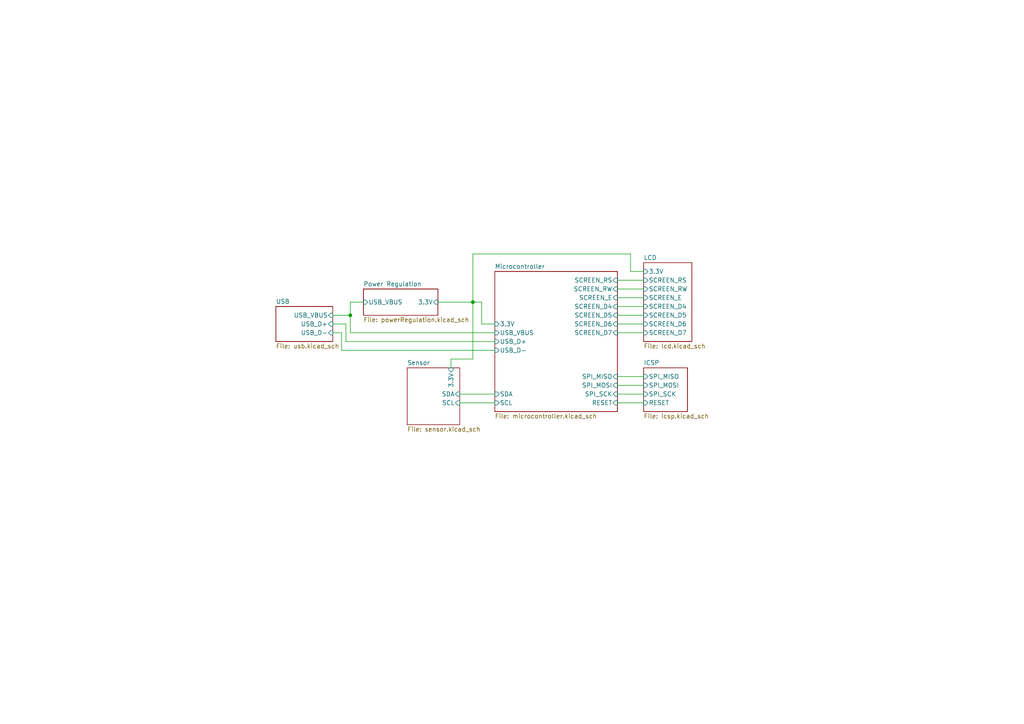
<source format=kicad_sch>
(kicad_sch (version 20210621) (generator eeschema)
  (paper "A4")
  (title_block (title "Wederian") (date "2021-10-24") (rev "0.2.0") (comment 1 "Mark Raynsford") (comment 2 "https://www.github.com/io7m/wederian"))
  (lib_symbols)
  (junction (at 101.6 91.44))
  (junction (at 137.16 87.63))
  (wire (pts (xy 96.52 91.44) (xy 101.6 91.44)))
  (wire (pts (xy 96.52 93.98) (xy 100.33 93.98)))
  (wire (pts (xy 96.52 96.52) (xy 99.06 96.52)))
  (wire (pts (xy 99.06 96.52) (xy 99.06 101.6)))
  (wire (pts (xy 99.06 101.6) (xy 143.51 101.6)))
  (wire (pts (xy 100.33 93.98) (xy 100.33 99.06)))
  (wire (pts (xy 100.33 99.06) (xy 143.51 99.06)))
  (wire (pts (xy 101.6 87.63) (xy 105.41 87.63)))
  (wire (pts (xy 101.6 91.44) (xy 101.6 87.63)))
  (wire (pts (xy 101.6 91.44) (xy 101.6 96.52)))
  (wire (pts (xy 101.6 96.52) (xy 143.51 96.52)))
  (wire (pts (xy 127 87.63) (xy 137.16 87.63)))
  (wire (pts (xy 130.81 104.14) (xy 130.81 106.68)))
  (wire (pts (xy 133.35 114.3) (xy 143.51 114.3)))
  (wire (pts (xy 133.35 116.84) (xy 143.51 116.84)))
  (wire (pts (xy 137.16 73.66) (xy 182.88 73.66)))
  (wire (pts (xy 137.16 87.63) (xy 137.16 73.66)))
  (wire (pts (xy 137.16 87.63) (xy 137.16 104.14)))
  (wire (pts (xy 137.16 87.63) (xy 139.7 87.63)))
  (wire (pts (xy 137.16 104.14) (xy 130.81 104.14)))
  (wire (pts (xy 139.7 87.63) (xy 139.7 93.98)))
  (wire (pts (xy 139.7 93.98) (xy 143.51 93.98)))
  (wire (pts (xy 179.07 81.28) (xy 186.69 81.28)))
  (wire (pts (xy 179.07 83.82) (xy 186.69 83.82)))
  (wire (pts (xy 179.07 86.36) (xy 186.69 86.36)))
  (wire (pts (xy 179.07 88.9) (xy 186.69 88.9)))
  (wire (pts (xy 179.07 91.44) (xy 186.69 91.44)))
  (wire (pts (xy 179.07 93.98) (xy 186.69 93.98)))
  (wire (pts (xy 179.07 96.52) (xy 186.69 96.52)))
  (wire (pts (xy 179.07 109.22) (xy 186.69 109.22)))
  (wire (pts (xy 179.07 111.76) (xy 186.69 111.76)))
  (wire (pts (xy 179.07 114.3) (xy 186.69 114.3)))
  (wire (pts (xy 179.07 116.84) (xy 186.69 116.84)))
  (wire (pts (xy 182.88 73.66) (xy 182.88 78.74)))
  (wire (pts (xy 182.88 78.74) (xy 186.69 78.74)))
  (sheet (at 186.69 106.68) (size 12.7 12.7) (stroke (width 0.1524))
    (property "Sheet name" "ICSP" (at 186.69 105.9684 0) (effects (justify left bottom)))
    (property "Sheet file" "icsp.kicad_sch" (at 186.69 119.9646 0) (effects (justify left top)))
    (pin "SPI_MISO" input (at 186.69 109.22 180))
    (pin "SPI_MOSI" input (at 186.69 111.76 180))
    (pin "SPI_SCK" input (at 186.69 114.3 180))
    (pin "RESET" input (at 186.69 116.84 180))
  )
  (sheet (at 186.69 76.2) (size 13.97 22.86) (stroke (width 0.1524))
    (property "Sheet name" "LCD" (at 186.69 75.4884 0) (effects (justify left bottom)))
    (property "Sheet file" "lcd.kicad_sch" (at 186.69 99.6446 0) (effects (justify left top)))
    (pin "3.3V" input (at 186.69 78.74 180))
    (pin "SCREEN_D5" input (at 186.69 91.44 180))
    (pin "SCREEN_D6" input (at 186.69 93.98 180))
    (pin "SCREEN_D7" input (at 186.69 96.52 180))
    (pin "SCREEN_D4" input (at 186.69 88.9 180))
    (pin "SCREEN_RW" input (at 186.69 83.82 180))
    (pin "SCREEN_E" input (at 186.69 86.36 180))
    (pin "SCREEN_RS" input (at 186.69 81.28 180))
  )
  (sheet (at 143.51 78.74) (size 35.56 40.64) (stroke (width 0.1524))
    (property "Sheet name" "Microcontroller" (at 143.51 78.0284 0) (effects (justify left bottom)))
    (property "Sheet file" "microcontroller.kicad_sch" (at 143.51 119.9646 0) (effects (justify left top)))
    (pin "3.3V" input (at 143.51 93.98 180))
    (pin "SDA" input (at 143.51 114.3 180))
    (pin "SCL" input (at 143.51 116.84 180))
    (pin "SCREEN_RW" input (at 179.07 83.82 0))
    (pin "SCREEN_E" input (at 179.07 86.36 0))
    (pin "SPI_SCK" input (at 179.07 114.3 0))
    (pin "SPI_MOSI" input (at 179.07 111.76 0))
    (pin "SPI_MISO" input (at 179.07 109.22 0))
    (pin "USB_D+" input (at 143.51 99.06 180))
    (pin "USB_D-" input (at 143.51 101.6 180))
    (pin "RESET" input (at 179.07 116.84 0))
    (pin "USB_VBUS" input (at 143.51 96.52 180))
    (pin "SCREEN_D4" input (at 179.07 88.9 0))
    (pin "SCREEN_RS" input (at 179.07 81.28 0))
    (pin "SCREEN_D7" input (at 179.07 96.52 0))
    (pin "SCREEN_D6" input (at 179.07 93.98 0))
    (pin "SCREEN_D5" input (at 179.07 91.44 0))
  )
  (sheet (at 105.41 83.82) (size 21.59 7.62) (stroke (width 0.1524))
    (property "Sheet name" "Power Regulation" (at 105.41 83.1084 0) (effects (justify left bottom)))
    (property "Sheet file" "powerRegulation.kicad_sch" (at 105.41 92.0246 0) (effects (justify left top)))
    (pin "USB_VBUS" input (at 105.41 87.63 180))
    (pin "3.3V" input (at 127 87.63 0))
  )
  (sheet (at 118.11 106.68) (size 15.24 16.51) (stroke (width 0.1524))
    (property "Sheet name" "Sensor" (at 118.11 105.9684 0) (effects (justify left bottom)))
    (property "Sheet file" "sensor.kicad_sch" (at 118.11 123.7746 0) (effects (justify left top)))
    (pin "SDA" input (at 133.35 114.3 0))
    (pin "SCL" input (at 133.35 116.84 0))
    (pin "3.3V" input (at 130.81 106.68 90))
  )
  (sheet (at 80.01 88.9) (size 16.51 10.16) (stroke (width 0.1524))
    (property "Sheet name" "USB" (at 80.01 88.1884 0) (effects (justify left bottom)))
    (property "Sheet file" "usb.kicad_sch" (at 80.01 99.6446 0) (effects (justify left top)))
    (pin "USB_VBUS" input (at 96.52 91.44 0))
    (pin "USB_D-" input (at 96.52 96.52 0))
    (pin "USB_D+" input (at 96.52 93.98 0))
  )
)
</source>
